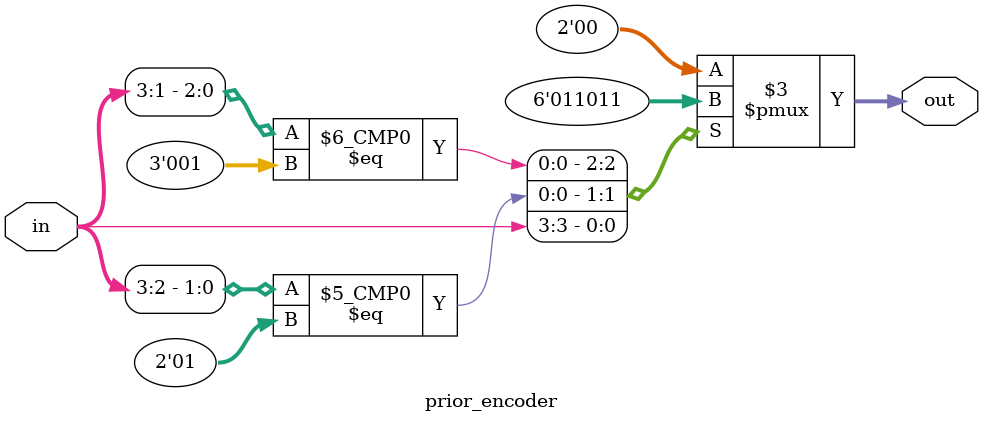
<source format=v>
`timescale 1ns / 1ps

module prior_encoder(
input [3:0]in,
output reg [1:0]out
    );
    
    always @ (*)
    begin
    out=2'b00;
    casex(in)
    4'b0001:out=2'b00;
    4'b001x:out=2'b01;
    4'b01xx:out=2'b10;
    4'b1xxx:out=2'b11;
    default:out=2'b00;
    endcase
    end
    
endmodule

</source>
